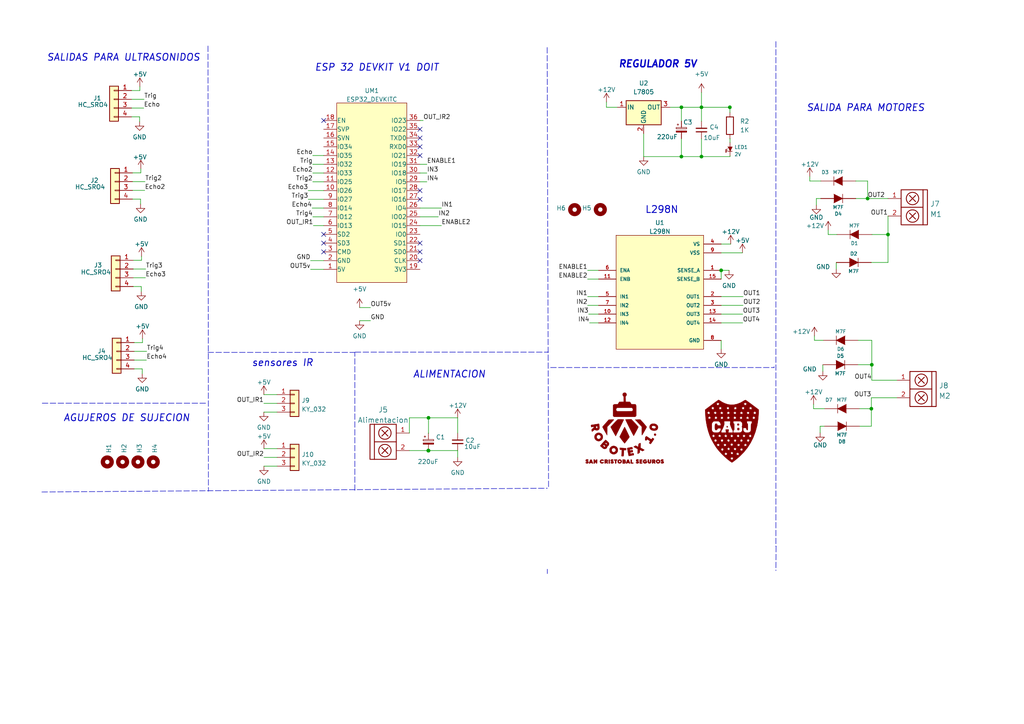
<source format=kicad_sch>
(kicad_sch (version 20211123) (generator eeschema)
  (paper "A4")
  (lib_symbols
    (symbol "Connector_Generic:Conn_01x03" (pin_names (offset 1.016) hide)
      (property "Reference" "J" (at 0 5.08 0))
      (property "Value" "Conn_01x03" (at 0 -5.08 0))
      (symbol "Conn_01x03_1_1"
        (pin passive line (at -5.08 2.54 0) (length 3.81) (name "Pin_1") (number "1"))
        (pin passive line (at -5.08 0 0) (length 3.81) (name "Pin_2") (number "2"))
        (pin passive line (at -5.08 -2.54 0) (length 3.81) (name "Pin_3") (number "3"))
      )
    )
    (symbol "Connector_Generic:Conn_01x04" (pin_names (offset 1.016) hide)
      (property "Reference" "J" (at 0 5.08 0))
      (property "Value" "Conn_01x04" (at 0 -7.62 0))
      (symbol "Conn_01x04_1_1"
        (pin passive line (at -5.08 2.54 0) (length 3.81) (name "Pin_1") (number "1"))
        (pin passive line (at -5.08 0 0) (length 3.81) (name "Pin_2") (number "2"))
        (pin passive line (at -5.08 -2.54 0) (length 3.81) (name "Pin_3") (number "3"))
        (pin passive line (at -5.08 -5.08 0) (length 3.81) (name "Pin_4") (number "4"))
      )
    )
    (symbol "Device:C_Polarized_Small" (pin_numbers hide) (pin_names (offset 0.254) hide)
      (property "Reference" "C" (at 0.254 1.778 0))
      (property "Value" "C_Polarized_Small" (at 0.254 -2.032 0))
      (symbol "C_Polarized_Small_1_1"
        (pin passive line (at 0 2.54 270) (length 1.8542) (name "~") (number "1"))
        (pin passive line (at 0 -2.54 90) (length 1.8542) (name "~") (number "2"))
      )
    )
    (symbol "Device:C_Small" (pin_numbers hide) (pin_names (offset 0.254) hide)
      (property "Reference" "C" (at 0.254 1.778 0))
      (property "Value" "C_Small" (at 0.254 -2.032 0))
      (symbol "C_Small_1_1"
        (pin passive line (at 0 2.54 270) (length 2.032) (name "~") (number "1"))
        (pin passive line (at 0 -2.54 90) (length 2.032) (name "~") (number "2"))
      )
    )
    (symbol "Device:R" (pin_numbers hide) (pin_names (offset 0))
      (property "Reference" "R" (at 2.032 0 90))
      (property "Value" "R" (at 0 0 90))
      (symbol "R_1_1"
        (pin passive line (at 0 3.81 270) (length 1.27) (name "~") (number "1"))
        (pin passive line (at 0 -3.81 90) (length 1.27) (name "~") (number "2"))
      )
    )
    (symbol "EESTN5:DIODE" (pin_numbers hide) (pin_names (offset 1.016) hide)
      (property "Reference" "D" (at 0 2.54 0))
      (property "Value" "DIODE" (at 0 -2.54 0))
      (symbol "DIODE_1_1"
        (pin passive line (at -5.08 0 0) (length 3.81) (name "A") (number "1"))
        (pin passive line (at 5.08 0 180) (length 3.81) (name "K") (number "2"))
      )
    )
    (symbol "EESTN5:ESP32_DEVKITC" (pin_names (offset 0.0254))
      (property "Reference" "U" (at 0 25.4 0))
      (property "Value" "ESP32_DEVKITC" (at 0 -25.4 0))
      (symbol "ESP32_DEVKITC_1_1"
        (pin passive line (at -13.97 -20.32 0) (length 3.81) (name "5V") (number "1"))
        (pin passive line (at -13.97 2.54 0) (length 3.81) (name "IO26") (number "10"))
        (pin passive line (at -13.97 5.08 0) (length 3.81) (name "IO25") (number "11"))
        (pin passive line (at -13.97 7.62 0) (length 3.81) (name "IO33") (number "12"))
        (pin passive line (at -13.97 10.16 0) (length 3.81) (name "IO32") (number "13"))
        (pin passive line (at -13.97 12.7 0) (length 3.81) (name "IO35") (number "14"))
        (pin passive line (at -13.97 15.24 0) (length 3.81) (name "IO34") (number "15"))
        (pin passive line (at -13.97 17.78 0) (length 3.81) (name "SVN") (number "16"))
        (pin passive line (at -13.97 20.32 0) (length 3.81) (name "SVP") (number "17"))
        (pin passive line (at -13.97 22.86 0) (length 3.81) (name "EN") (number "18"))
        (pin passive line (at 13.97 -20.32 180) (length 3.81) (name "3V3") (number "19"))
        (pin passive line (at -13.97 -17.78 0) (length 3.81) (name "GND") (number "2"))
        (pin passive line (at 13.97 -17.78 180) (length 3.81) (name "CLK") (number "20"))
        (pin passive line (at 13.97 -15.24 180) (length 3.81) (name "SD0") (number "21"))
        (pin passive line (at 13.97 -12.7 180) (length 3.81) (name "SD1") (number "22"))
        (pin passive line (at 13.97 -10.16 180) (length 3.81) (name "IO0") (number "23"))
        (pin passive line (at 13.97 -7.62 180) (length 3.81) (name "IO15") (number "24"))
        (pin passive line (at 13.97 -5.08 180) (length 3.81) (name "IO02") (number "25"))
        (pin passive line (at 13.97 -2.54 180) (length 3.81) (name "IO4") (number "26"))
        (pin passive line (at 13.97 0 180) (length 3.81) (name "IO16") (number "27"))
        (pin passive line (at 13.97 2.54 180) (length 3.81) (name "IO17") (number "28"))
        (pin passive line (at 13.97 5.08 180) (length 3.81) (name "IO5") (number "29"))
        (pin passive line (at -13.97 -15.24 0) (length 3.81) (name "CMD") (number "3"))
        (pin passive line (at 13.97 7.62 180) (length 3.81) (name "IO18") (number "30"))
        (pin passive line (at 13.97 10.16 180) (length 3.81) (name "IO19") (number "31"))
        (pin passive line (at 13.97 12.7 180) (length 3.81) (name "IO21") (number "32"))
        (pin passive line (at 13.97 15.24 180) (length 3.81) (name "RXD0") (number "33"))
        (pin passive line (at 13.97 17.78 180) (length 3.81) (name "TXD0") (number "34"))
        (pin passive line (at 13.97 20.32 180) (length 3.81) (name "IO22") (number "35"))
        (pin passive line (at 13.97 22.86 180) (length 3.81) (name "IO23") (number "36"))
        (pin passive line (at -13.97 -12.7 0) (length 3.81) (name "SD3") (number "4"))
        (pin passive line (at -13.97 -10.16 0) (length 3.81) (name "SD2") (number "5"))
        (pin passive line (at -13.97 -7.62 0) (length 3.81) (name "IO13") (number "6"))
        (pin passive line (at -13.97 -5.08 0) (length 3.81) (name "IO12") (number "7"))
        (pin passive line (at -13.97 -2.54 0) (length 3.81) (name "IO14") (number "8"))
        (pin passive line (at -13.97 0 0) (length 3.81) (name "IO27") (number "9"))
      )
    )
    (symbol "EESTN5:LED" (pin_numbers hide) (pin_names (offset 1.016) hide)
      (property "Reference" "LED" (at 0 2.54 0))
      (property "Value" "LED" (at 0 -2.54 0))
      (symbol "LED_1_1"
        (pin passive line (at -1.27 0 0) (length 1.27) (name "A") (number "1"))
        (pin passive line (at 2.54 0 180) (length 1.27) (name "K") (number "2"))
      )
    )
    (symbol "EESTN5:Mounting_Hole" (pin_names (offset 1.016))
      (property "Reference" "H" (at 0 5.08 0))
    )
    (symbol "EESTN5:TB_1X2" (pin_names (offset 1.016))
      (property "Reference" "J" (at 0 7.62 0))
      (property "Value" "TB_1X2" (at 1.27 -7.62 0))
      (symbol "TB_1X2_1_1"
        (pin input line (at 8.89 2.54 180) (length 3.81) (name "~") (number "1"))
        (pin input line (at 8.89 -2.54 180) (length 3.81) (name "~") (number "2"))
      )
    )
    (symbol "L298N:L298N" (pin_names (offset 1.016))
      (property "Reference" "U" (at -12.7 20.32 0))
      (property "Value" "L298N" (at -12.7 -20.32 0))
      (symbol "L298N_0_0"
        (pin passive line (at 17.78 7.62 180) (length 5.08) (name "SENSE_A") (number "1"))
        (pin input line (at -17.78 -5.08 0) (length 5.08) (name "IN3") (number "10"))
        (pin input line (at -17.78 5.08 0) (length 5.08) (name "ENB") (number "11"))
        (pin input line (at -17.78 -7.62 0) (length 5.08) (name "IN4") (number "12"))
        (pin output line (at 17.78 -5.08 180) (length 5.08) (name "OUT3") (number "13"))
        (pin output line (at 17.78 -7.62 180) (length 5.08) (name "OUT4") (number "14"))
        (pin passive line (at 17.78 5.08 180) (length 5.08) (name "SENSE_B") (number "15"))
        (pin output line (at 17.78 0 180) (length 5.08) (name "OUT1") (number "2"))
        (pin output line (at 17.78 -2.54 180) (length 5.08) (name "OUT2") (number "3"))
        (pin power_in line (at 17.78 15.24 180) (length 5.08) (name "VS") (number "4"))
        (pin input line (at -17.78 0 0) (length 5.08) (name "IN1") (number "5"))
        (pin input line (at -17.78 7.62 0) (length 5.08) (name "ENA") (number "6"))
        (pin input line (at -17.78 -2.54 0) (length 5.08) (name "IN2") (number "7"))
        (pin power_in line (at 17.78 -12.7 180) (length 5.08) (name "GND") (number "8"))
        (pin input line (at 17.78 12.7 180) (length 5.08) (name "VSS") (number "9"))
      )
    )
    (symbol "Regulator_Linear:L7805" (pin_names (offset 0.254))
      (property "Reference" "U" (at -3.81 3.175 0))
      (property "Value" "L7805" (at 0 3.175 0))
      (symbol "L7805_1_1"
        (pin power_in line (at -7.62 0 0) (length 2.54) (name "IN") (number "1"))
        (pin power_in line (at 0 -7.62 90) (length 2.54) (name "GND") (number "2"))
        (pin power_out line (at 7.62 0 180) (length 2.54) (name "OUT") (number "3"))
      )
    )
    (symbol "logo boca symbol:LOGO" (pin_names (offset 1.016)))
    (symbol "logo rb exp:LOGO" (pin_names (offset 1.016)))
    (symbol "power:+12V" (power) (pin_names (offset 0))
      (property "Value" "+12V" (at 0 3.556 0))
      (symbol "+12V_1_1"
        (pin power_in line (at 0 0 90) (length 0) hide (name "+12V") (number "1"))
      )
    )
    (symbol "power:+5V" (power) (pin_names (offset 0))
      (property "Value" "+5V" (at 0 3.556 0))
      (symbol "+5V_1_1"
        (pin power_in line (at 0 0 90) (length 0) hide (name "+5V") (number "1"))
      )
    )
    (symbol "power:GND" (power) (pin_names (offset 0))
      (property "Value" "GND" (at 0 -3.81 0))
      (symbol "GND_1_1"
        (pin power_in line (at 0 0 270) (length 0) hide (name "GND") (number "1"))
      )
    )
  )
  (junction (at 203.454 31.115))
  (junction (at 124.2568 130.7084))
  (junction (at 197.6374 45.4152))
  (junction (at 257.556 68.0212))
  (junction (at 252.73 118.5418))
  (junction (at 197.6374 31.115))
  (junction (at 211.6836 31.115))
  (junction (at 124.2822 121.1834))
  (junction (at 252.857 105.791))
  (junction (at 209.169 78.4098))
  (junction (at 203.454 45.4152))
  (junction (at 124.2568 130.683))
  (junction (at 251.6378 57.5818))
  (no_connect (at 121.8184 40.0304))
  (no_connect (at 121.8184 45.1104))
  (no_connect (at 121.8184 42.5704))
  (no_connect (at 121.8184 70.5104))
  (no_connect (at 121.8184 57.8104))
  (no_connect (at 121.8184 55.2704))
  (no_connect (at 93.8784 34.9504))
  (no_connect (at 121.8184 37.4904))
  (no_connect (at 121.8184 73.0504))
  (no_connect (at 121.8184 75.5904))
  (no_connect (at 93.8784 73.0504))
  (no_connect (at 93.8784 67.9704))
  (no_connect (at 93.8784 70.5104))
  (wire (pts (xy 249.301 118.5418) (xy 252.73 118.5418)))
  (wire (pts (xy 242.5446 76.1238) (xy 242.5446 78.0288)))
  (polyline (pts (xy 102.9208 142.24) (xy 102.9208 102.1588)))
  (wire (pts (xy 186.69 38.735) (xy 186.69 45.4152)))
  (polyline (pts (xy 158.6992 13.7668) (xy 159.1056 141.6558)))
  (wire (pts (xy 170.434 86.0298) (xy 173.609 86.0298)))
  (wire (pts (xy 209.169 93.6498) (xy 215.4174 93.6498)))
  (wire (pts (xy 90.7034 45.1104) (xy 93.8784 45.1104)))
  (wire (pts (xy 40.9702 83.1088) (xy 40.9702 84.5312)))
  (wire (pts (xy 209.169 78.4098) (xy 211.455 78.4098)))
  (wire (pts (xy 170.9928 93.6498) (xy 173.609 93.6498)))
  (wire (pts (xy 93.8784 57.8104) (xy 89.4334 57.8104)))
  (wire (pts (xy 38.6334 83.1088) (xy 40.9702 83.1088)))
  (wire (pts (xy 76.5302 114.4524) (xy 80.3402 114.4524)))
  (wire (pts (xy 239.141 118.5418) (xy 235.966 118.5418)))
  (wire (pts (xy 236.7788 57.5818) (xy 236.7788 59.4868)))
  (wire (pts (xy 170.4086 80.9498) (xy 173.609 80.9498)))
  (wire (pts (xy 40.4876 33.8836) (xy 40.4876 35.306)))
  (wire (pts (xy 89.4334 57.785) (xy 89.4334 57.8104)))
  (wire (pts (xy 124.2822 121.1834) (xy 132.7404 121.1834)))
  (wire (pts (xy 38.4302 52.6796) (xy 42.0624 52.6796)))
  (wire (pts (xy 121.8184 60.3504) (xy 128.0414 60.3504)))
  (wire (pts (xy 252.73 118.5418) (xy 252.73 123.6218)))
  (wire (pts (xy 236.22 98.7044) (xy 236.22 97.4344)))
  (wire (pts (xy 252.73 115.3668) (xy 252.73 118.5418)))
  (wire (pts (xy 38.6334 78.0288) (xy 42.2656 78.0288)))
  (wire (pts (xy 90.7034 50.1904) (xy 93.8784 50.1904)))
  (polyline (pts (xy 224.5106 106.3752) (xy 224.5106 106.6038)))
  (wire (pts (xy 76.5302 119.5324) (xy 80.3402 119.5324)))
  (wire (pts (xy 124.2822 121.1834) (xy 124.2822 125.6284)))
  (wire (pts (xy 209.169 78.4098) (xy 209.169 80.9498)))
  (polyline (pts (xy 225.044 158.4198) (xy 225.0948 158.4452)))
  (wire (pts (xy 252.73 115.3668) (xy 260.096 115.3668)))
  (wire (pts (xy 197.6374 31.115) (xy 197.6374 35.1282)))
  (wire (pts (xy 118.745 130.683) (xy 124.2568 130.683)))
  (wire (pts (xy 197.6374 40.2082) (xy 197.6374 45.4152)))
  (wire (pts (xy 121.8184 52.7304) (xy 123.825 52.7304)))
  (wire (pts (xy 121.8184 65.4304) (xy 128.0414 65.4304)))
  (wire (pts (xy 76.5302 116.9924) (xy 80.3402 116.9924)))
  (wire (pts (xy 234.8738 52.5018) (xy 234.8738 51.2318)))
  (wire (pts (xy 194.31 31.115) (xy 197.6374 31.115)))
  (wire (pts (xy 238.6584 105.791) (xy 238.6584 107.696)))
  (wire (pts (xy 248.2088 57.5818) (xy 251.6378 57.5818)))
  (wire (pts (xy 211.7344 40.259) (xy 211.709 40.259)))
  (polyline (pts (xy 225.0948 158.4452) (xy 225.044 165.5064)))
  (wire (pts (xy 40.8432 48.9966) (xy 40.8432 50.1396)))
  (wire (pts (xy 186.69 45.4152) (xy 197.6374 45.4152)))
  (wire (pts (xy 237.871 123.6218) (xy 239.141 123.6218)))
  (wire (pts (xy 104.2924 93.0148) (xy 107.4674 93.0148)))
  (wire (pts (xy 248.92 98.7044) (xy 252.857 98.7044)))
  (wire (pts (xy 121.8184 34.9504) (xy 122.7582 34.9504)))
  (wire (pts (xy 209.169 98.7298) (xy 209.169 101.2698)))
  (wire (pts (xy 209.169 70.7898) (xy 211.9376 70.7898)))
  (polyline (pts (xy 158.75 166.37) (xy 158.75 165.1)))
  (wire (pts (xy 38.9128 101.9048) (xy 42.545 101.9048)))
  (wire (pts (xy 170.7388 91.1098) (xy 173.609 91.1098)))
  (wire (pts (xy 252.857 98.7044) (xy 252.857 105.791)))
  (wire (pts (xy 203.454 45.4152) (xy 211.7344 45.4152)))
  (wire (pts (xy 252.7046 76.1238) (xy 257.556 76.1238)))
  (wire (pts (xy 237.871 125.5268) (xy 237.871 123.6218)))
  (polyline (pts (xy 12.1412 142.6972) (xy 158.75 141.605)))
  (wire (pts (xy 38.4302 55.2196) (xy 41.9862 55.2196)))
  (wire (pts (xy 89.3826 55.2704) (xy 93.8784 55.2704)))
  (wire (pts (xy 197.6374 31.115) (xy 203.454 31.115)))
  (wire (pts (xy 252.9078 68.0212) (xy 257.556 68.0212)))
  (wire (pts (xy 209.169 73.3298) (xy 215.3412 73.3298)))
  (wire (pts (xy 40.767 57.7596) (xy 40.767 59.182)))
  (wire (pts (xy 41.3258 98.2218) (xy 41.3258 99.3648)))
  (wire (pts (xy 40.5638 25.1206) (xy 40.5638 26.2636)))
  (wire (pts (xy 211.7344 41.3512) (xy 211.7344 40.259)))
  (wire (pts (xy 76.5556 132.6642) (xy 80.3656 132.6642)))
  (wire (pts (xy 257.556 62.6618) (xy 257.556 68.0212)))
  (polyline (pts (xy 12.2428 116.9416) (xy 60.0456 116.9416)))
  (wire (pts (xy 40.8432 50.1396) (xy 38.4302 50.1396)))
  (wire (pts (xy 257.556 68.0212) (xy 257.556 76.1238)))
  (wire (pts (xy 40.5638 26.2636) (xy 38.1508 26.2636)))
  (wire (pts (xy 236.7788 57.5818) (xy 238.0488 57.5818)))
  (wire (pts (xy 76.5556 130.1242) (xy 80.3656 130.1242)))
  (wire (pts (xy 252.857 105.791) (xy 252.857 110.2868)))
  (wire (pts (xy 209.169 88.5698) (xy 215.519 88.5698)))
  (wire (pts (xy 203.454 31.115) (xy 211.6836 31.115)))
  (wire (pts (xy 132.7404 130.683) (xy 132.7404 132.6388)))
  (wire (pts (xy 251.6378 52.5018) (xy 251.6378 57.5818)))
  (wire (pts (xy 38.1508 33.8836) (xy 40.4876 33.8836)))
  (wire (pts (xy 90.8812 65.4304) (xy 93.8784 65.4304)))
  (polyline (pts (xy 60.2996 102.2096) (xy 102.8192 102.2096)))
  (wire (pts (xy 242.7478 68.0212) (xy 240.2078 68.0212)))
  (wire (pts (xy 211.709 32.639) (xy 211.709 31.115)))
  (wire (pts (xy 41.0464 74.3458) (xy 41.0464 75.4888)))
  (wire (pts (xy 90.7034 52.7304) (xy 93.8784 52.7304)))
  (wire (pts (xy 175.895 29.591) (xy 175.895 31.115)))
  (wire (pts (xy 41.2496 106.9848) (xy 41.2496 108.4072)))
  (wire (pts (xy 38.1508 31.3436) (xy 41.7068 31.3436)))
  (wire (pts (xy 132.7404 130.683) (xy 124.2568 130.683)))
  (wire (pts (xy 248.8184 105.791) (xy 252.857 105.791)))
  (polyline (pts (xy 159.6898 106.6038) (xy 224.5106 106.6038)))
  (wire (pts (xy 118.745 125.603) (xy 118.745 121.1834)))
  (wire (pts (xy 203.454 40.259) (xy 203.454 45.4152)))
  (wire (pts (xy 240.2078 68.0212) (xy 240.2078 66.7512)))
  (wire (pts (xy 121.8184 47.6504) (xy 123.825 47.6504)))
  (wire (pts (xy 124.2822 125.6284) (xy 124.2568 125.6284)))
  (wire (pts (xy 127.1524 62.8904) (xy 121.8184 62.8904)))
  (wire (pts (xy 197.6374 45.4152) (xy 203.454 45.4152)))
  (wire (pts (xy 93.8784 60.3504) (xy 90.5256 60.3504)))
  (wire (pts (xy 211.7344 45.1612) (xy 211.7344 45.4152)))
  (wire (pts (xy 170.434 88.5698) (xy 173.609 88.5698)))
  (wire (pts (xy 252.857 110.2868) (xy 260.096 110.2868)))
  (wire (pts (xy 132.7404 121.1834) (xy 132.7404 125.603)))
  (polyline (pts (xy 158.9786 102.1334) (xy 158.9786 101.981)))
  (wire (pts (xy 211.709 31.115) (xy 211.6836 31.115)))
  (wire (pts (xy 203.454 31.115) (xy 203.454 35.179)))
  (wire (pts (xy 41.3258 99.3648) (xy 38.9128 99.3648)))
  (wire (pts (xy 90.7034 47.6504) (xy 93.8784 47.6504)))
  (wire (pts (xy 203.454 26.8224) (xy 203.454 31.115)))
  (wire (pts (xy 179.07 31.115) (xy 175.895 31.115)))
  (wire (pts (xy 90.7288 62.8904) (xy 93.8784 62.8904)))
  (wire (pts (xy 251.6378 57.5818) (xy 257.556 57.5818)))
  (wire (pts (xy 38.9128 104.4448) (xy 42.4688 104.4448)))
  (wire (pts (xy 238.76 98.7044) (xy 236.22 98.7044)))
  (wire (pts (xy 235.966 118.5418) (xy 235.966 117.2718)))
  (polyline (pts (xy 60.325 13.335) (xy 60.452 142.494)))
  (wire (pts (xy 38.9128 106.9848) (xy 41.2496 106.9848)))
  (wire (pts (xy 41.0464 75.4888) (xy 38.6334 75.4888)))
  (wire (pts (xy 104.2924 89.2048) (xy 107.4674 89.2048)))
  (wire (pts (xy 38.1508 28.8036) (xy 41.783 28.8036)))
  (wire (pts (xy 38.6334 80.5688) (xy 42.1894 80.5688)))
  (wire (pts (xy 38.4302 57.7596) (xy 40.767 57.7596)))
  (polyline (pts (xy 225.044 12.0396) (xy 225.044 158.4198)))
  (wire (pts (xy 118.745 121.1834) (xy 124.2822 121.1834)))
  (wire (pts (xy 124.2568 130.683) (xy 124.2568 130.7084)))
  (wire (pts (xy 121.8184 50.1904) (xy 123.825 50.1904)))
  (wire (pts (xy 90.0684 78.1304) (xy 93.8784 78.1304)))
  (wire (pts (xy 90.0684 75.5904) (xy 93.8784 75.5904)))
  (polyline (pts (xy 102.997 102.1334) (xy 158.9786 102.1334)))
  (wire (pts (xy 209.169 86.0298) (xy 215.519 86.0298)))
  (wire (pts (xy 249.301 123.6218) (xy 252.73 123.6218)))
  (wire (pts (xy 238.0488 52.5018) (xy 234.8738 52.5018)))
  (wire (pts (xy 209.169 91.1098) (xy 215.4174 91.1098)))
  (wire (pts (xy 248.2088 52.5018) (xy 251.6378 52.5018)))
  (wire (pts (xy 170.434 78.4098) (xy 173.609 78.4098)))
  (wire (pts (xy 76.5556 135.2042) (xy 80.3656 135.2042)))
  (text "ALIMENTACION\n" (at 119.7356 109.8804 0) (effects (font (size 2 2) (thickness 0.254) bold italic) (justify left bottom)))
  (text "AGUJEROS DE SUJECION" (at 18.3388 122.5296 0) (effects (font (size 2 2) (thickness 0.254) bold italic) (justify left bottom)))
  (text "sensores IR\n" (at 72.9742 106.553 0) (effects (font (size 2 2) (thickness 0.254) bold italic) (justify left bottom)))
  (text "L298N\n\n" (at 187.071 65.3542 0) (effects (font (size 2 2) (thickness 0.254) bold) (justify left bottom)))
  (text "ESP 32 DEVKIT V1 DOIT" (at 91.2368 20.8788 0) (effects (font (size 2 2) (thickness 0.254) bold italic) (justify left bottom)))
  (text "SALIDAS PARA ULTRASONIDOS\n" (at 13.5128 17.9832 0) (effects (font (size 2 2) (thickness 0.254) bold italic) (justify left bottom)))
  (text "REGULADOR 5V\n" (at 179.2732 19.8882 0) (effects (font (size 2 2) (thickness 0.4) bold italic) (justify left bottom)))
  (text "SALIDA PARA MOTORES\n" (at 233.8578 32.5882 0) (effects (font (size 2 2) (thickness 0.254) bold italic) (justify left bottom)))
  (label "IN3" (at 170.7388 91.1098 180))
  (label "Trig" (at 41.783 28.8036 0))
  (label "IN1" (at 170.434 86.0298 180))
  (label "Trig3" (at 89.4334 57.785 180))
  (label "Echo3" (at 89.3826 55.2704 180))
  (label "Echo4" (at 42.4688 104.4448 0))
  (label "GND" (at 90.0684 75.5904 180))
  (label "IN2" (at 127.1524 62.8904 0))
  (label "OUT5v" (at 90.0684 78.1304 180))
  (label "OUT1" (at 215.519 86.0298 0))
  (label "IN4" (at 170.9928 93.6498 180))
  (label "OUT4" (at 252.857 110.2614 180))
  (label "Echo" (at 41.7068 31.3436 0))
  (label "IN4" (at 123.825 52.7304 0))
  (label "ENABLE1" (at 123.825 47.6504 0))
  (label "Trig4" (at 90.7288 62.8904 180))
  (label "OUT5v" (at 107.4674 89.2048 0))
  (label "ENABLE1" (at 170.434 78.4098 180))
  (label "IN2" (at 170.434 88.5698 180))
  (label "OUT3" (at 252.73 115.3668 180))
  (label "OUT1" (at 257.556 62.6618 180))
  (label "Echo2" (at 41.9862 55.2196 0))
  (label "GND" (at 107.4674 93.0148 0))
  (label "OUT_IR1" (at 90.8812 65.4304 180))
  (label "Echo" (at 90.7034 45.1104 180))
  (label "OUT_IR1" (at 76.5302 116.9924 180))
  (label "Trig" (at 90.7034 47.6504 180))
  (label "Echo3" (at 42.1894 80.5688 0))
  (label "Trig4" (at 42.545 101.9048 0))
  (label "Trig2" (at 42.0624 52.6796 0))
  (label "OUT2" (at 251.6378 57.5564 0))
  (label "OUT_IR2" (at 122.7582 34.9504 0))
  (label "OUT2" (at 215.519 88.5698 0))
  (label "Echo4" (at 90.5256 60.3504 180))
  (label "ENABLE2" (at 128.0414 65.4304 0))
  (label "OUT4" (at 215.4174 93.6498 0))
  (label "Echo2" (at 90.7034 50.1904 180))
  (label "IN3" (at 123.825 50.1904 0))
  (label "OUT3" (at 215.4174 91.1098 0))
  (label "Trig3" (at 42.2656 78.0288 0))
  (label "IN1" (at 128.0414 60.3504 0))
  (label "Trig2" (at 90.7034 52.7304 180))
  (label "OUT_IR2" (at 76.5556 132.6642 180))
  (label "ENABLE2" (at 170.4086 80.9498 180))
  (symbol (lib_id "power:+12V") (at 175.895 29.591 0) (unit 1)
    (property "Reference" "#PWR0117" (effects hide))
    (property "Value" "+12V" (at 175.895 26.0152 0))
  )
  (symbol (lib_id "EESTN5:DIODE") (at 247.6246 76.1238 0) (unit 1)
    (property "Reference" "D2" (at 247.6246 73.5838 0) (effects (font (size 1.016 1.016))))
    (property "Value" "M7F" (at 247.6246 78.6638 0) (effects (font (size 1.016 1.016))))
    (property "Footprint" "EESTN5:SOD80C" (effects hide))
  )
  (symbol (lib_id "EESTN5:ESP32_DEVKITC") (at 107.8484 57.8104 0) (unit 1)
    (property "Reference" "UM1" (at 107.8484 26.2976 0))
    (property "Value" "ESP32_DEVKITC" (at 107.8484 28.8345 0))
    (property "Footprint" "EESTN5:ESP32_DEVKITC" (effects hide))
  )
  (symbol (lib_id "logo boca symbol:LOGO") (at 212.2678 125.0188 0) (unit 1)
    (property "Reference" "G1" (effects hide))
    (property "Value" "LOGO" (effects hide))
    (property "Footprint" "PCB Robot Exp1:logo boca huella.kicad_sym" (effects hide))
  )
  (symbol (lib_id "EESTN5:LED") (at 211.7344 42.6212 270) (unit 1)
    (property "Reference" "LED1" (at 213.0044 42.6901 90) (effects (font (size 1.016 1.016)) (justify left)))
    (property "Value" "2V" (at 213.0044 44.7705 90) (effects (font (size 1.016 1.016)) (justify left)))
    (property "Footprint" "EESTN5:Led_0805" (effects hide))
  )
  (symbol (lib_id "L298N:L298N") (at 191.389 86.0298 0) (unit 1)
    (property "Reference" "U1" (at 191.389 64.6008 0))
    (property "Value" "L298N" (at 191.389 67.1377 0))
    (property "Footprint" "L298N (1):TO127P2020X500X2100-15" (effects hide))
    (property "MANUFACTURER" "STMicroelectronics" (effects hide))
    (property "STANDARD" "IPC-7351B" (effects hide))
    (property "MAXIMUM_PACKAGE_HEIGHT" "5.0mm" (effects hide))
  )
  (symbol (lib_id "EESTN5:DIODE") (at 244.221 118.5418 180) (unit 1)
    (property "Reference" "D7" (at 240.411 116.0018 0) (effects (font (size 1.016 1.016))))
    (property "Value" "M7F" (at 244.221 116.0018 0) (effects (font (size 1.016 1.016))))
    (property "Footprint" "EESTN5:SOD80C" (effects hide))
  )
  (symbol (lib_id "power:+12V") (at 211.9376 70.7898 0) (unit 1)
    (property "Reference" "#PWR0108" (effects hide))
    (property "Value" "+12V" (at 211.9376 67.214 0))
  )
  (symbol (lib_id "power:+12V") (at 234.8738 51.2318 0) (unit 1)
    (property "Reference" "#PWR0112" (effects hide))
    (property "Value" "+12V" (at 234.8738 47.656 0))
  )
  (symbol (lib_id "power:+12V") (at 236.22 97.4344 0) (unit 1)
    (property "Reference" "#PWR0106" (effects hide))
    (property "Value" "+12V" (at 232.41 96.1644 0))
  )
  (symbol (lib_id "EESTN5:DIODE") (at 247.8278 68.0212 180) (unit 1)
    (property "Reference" "D1" (at 247.8278 70.5612 0) (effects (font (size 1.016 1.016))))
    (property "Value" "M7F" (at 247.8278 65.4812 0) (effects (font (size 1.016 1.016))))
    (property "Footprint" "EESTN5:SOD80C" (effects hide))
  )
  (symbol (lib_id "EESTN5:DIODE") (at 243.84 98.7044 180) (unit 1)
    (property "Reference" "D6" (at 243.84 101.2444 0) (effects (font (size 1.016 1.016))))
    (property "Value" "M7F" (at 243.84 96.1644 0) (effects (font (size 1.016 1.016))))
    (property "Footprint" "EESTN5:SOD80C" (effects hide))
  )
  (symbol (lib_id "EESTN5:DIODE") (at 244.221 123.6218 0) (unit 1)
    (property "Reference" "D8" (at 244.221 128.0668 0) (effects (font (size 1.016 1.016))))
    (property "Value" "M7F" (at 244.221 126.1618 0) (effects (font (size 1.016 1.016))))
    (property "Footprint" "EESTN5:SOD80C" (effects hide))
  )
  (symbol (lib_id "EESTN5:Mounting_Hole") (at 166.6748 60.8076 270) (unit 1)
    (property "Reference" "H6" (at 164.1348 60.3738 90) (effects (justify right)))
    (property "Value" "Mounting_Hole" (effects hide))
    (property "Footprint" "EESTN5:pad_2mm" (effects hide))
  )
  (symbol (lib_id "logo rb exp:LOGO") (at 181.6354 124.6378 0) (unit 1)
    (property "Reference" "G2" (effects hide))
    (property "Value" "LOGO RB EXP 1.0" (effects hide))
    (property "Footprint" "robot logos:logo rb exp" (effects hide))
  )
  (symbol (lib_id "power:GND") (at 40.9702 84.5312 0) (unit 1)
    (property "Reference" "#PWR0126" (effects hide))
    (property "Value" "GND" (at 40.9702 88.9746 0))
  )
  (symbol (lib_id "power:+5V") (at 76.5302 114.4524 0) (unit 1)
    (property "Reference" "#PWR0116" (effects hide))
    (property "Value" "+5V" (at 76.5302 110.8766 0))
  )
  (symbol (lib_id "Device:C_Polarized_Small") (at 197.6374 37.6682 0) (unit 1)
    (property "Reference" "C3" (at 198.1454 35.4584 0) (effects (justify left)))
    (property "Value" "220uF" (at 190.4746 39.7002 0) (effects (justify left)))
    (property "Footprint" "Capacitor_THT:CP_Radial_D8.0mm_P3.80mm" (effects hide))
  )
  (symbol (lib_id "power:GND") (at 236.7788 59.4868 0) (mirror y) (unit 1)
    (property "Reference" "#PWR0105" (effects hide))
    (property "Value" "GND" (at 236.7788 63.0626 0))
  )
  (symbol (lib_id "power:GND") (at 40.4876 35.306 0) (unit 1)
    (property "Reference" "#PWR0109" (effects hide))
    (property "Value" "GND" (at 40.4876 39.7494 0))
  )
  (symbol (lib_id "power:+5V") (at 203.454 26.8224 0) (unit 1)
    (property "Reference" "#PWR0130" (effects hide))
    (property "Value" "+5V" (at 203.454 21.463 0))
  )
  (symbol (lib_id "power:GND") (at 186.69 45.4152 0) (unit 1)
    (property "Reference" "#PWR0131" (effects hide))
    (property "Value" "GND" (at 186.69 49.8586 0))
  )
  (symbol (lib_id "power:+5V") (at 76.5556 130.1242 0) (unit 1)
    (property "Reference" "#PWR0121" (effects hide))
    (property "Value" "+5V" (at 76.5556 126.5484 0))
  )
  (symbol (lib_id "EESTN5:Mounting_Hole") (at 35.56 133.985 90) (unit 1)
    (property "Reference" "H2" (at 35.9938 131.445 0) (effects (justify left)))
    (property "Value" "Mounting_Hole" (effects hide))
    (property "Footprint" "EESTN5:pad_2mm" (effects hide))
  )
  (symbol (lib_id "EESTN5:Mounting_Hole") (at 40.005 133.985 90) (unit 1)
    (property "Reference" "H3" (at 40.4388 131.445 0) (effects (justify left)))
    (property "Value" "Mounting_Hole" (effects hide))
    (property "Footprint" "EESTN5:pad_2mm" (effects hide))
  )
  (symbol (lib_id "Device:C_Polarized_Small") (at 124.2568 128.1684 0) (unit 1)
    (property "Reference" "C1" (at 126.4158 126.7876 0) (effects (justify left)))
    (property "Value" "220uF" (at 121.1072 133.9088 0) (effects (justify left)))
    (property "Footprint" "Capacitor_THT:CP_Radial_D8.0mm_P3.80mm" (effects hide))
  )
  (symbol (lib_id "Connector_Generic:Conn_01x03") (at 85.4456 132.6642 0) (unit 1)
    (property "Reference" "J10" (at 87.4776 131.8295 0) (effects (justify left)))
    (property "Value" "KY_032" (at 87.4776 134.3664 0) (effects (justify left)))
    (property "Footprint" "EESTN5:Pin_Strip_3" (effects hide))
  )
  (symbol (lib_id "Connector_Generic:Conn_01x03") (at 85.4202 116.9924 0) (unit 1)
    (property "Reference" "J9" (at 87.4522 116.1577 0) (effects (justify left)))
    (property "Value" "KY_032" (at 87.4522 118.6946 0) (effects (justify left)))
    (property "Footprint" "EESTN5:Pin_Strip_3" (effects hide))
  )
  (symbol (lib_id "power:+12V") (at 235.966 117.2718 0) (unit 1)
    (property "Reference" "#PWR0101" (effects hide))
    (property "Value" "+12V" (at 235.966 113.696 0))
  )
  (symbol (lib_id "power:GND") (at 76.5302 119.5324 0) (unit 1)
    (property "Reference" "#PWR0118" (effects hide))
    (property "Value" "GND" (at 76.5302 123.9758 0))
  )
  (symbol (lib_id "power:+5V") (at 41.3258 98.2218 0) (unit 1)
    (property "Reference" "#PWR0127" (effects hide))
    (property "Value" "+5V" (at 41.3258 94.646 0))
  )
  (symbol (lib_id "power:GND") (at 40.767 59.182 0) (unit 1)
    (property "Reference" "#PWR0125" (effects hide))
    (property "Value" "GND" (at 40.767 63.6254 0))
  )
  (symbol (lib_id "power:GND") (at 132.7404 132.6388 0) (unit 1)
    (property "Reference" "#PWR0114" (effects hide))
    (property "Value" "GND" (at 132.7404 137.0822 0))
  )
  (symbol (lib_id "power:GND") (at 41.2496 108.4072 0) (unit 1)
    (property "Reference" "#PWR0128" (effects hide))
    (property "Value" "GND" (at 41.2496 112.8506 0))
  )
  (symbol (lib_id "power:+5V") (at 40.8432 48.9966 0) (unit 1)
    (property "Reference" "#PWR0123" (effects hide))
    (property "Value" "+5V" (at 40.5638 45.5676 0))
  )
  (symbol (lib_id "power:GND") (at 237.871 125.5268 0) (mirror y) (unit 1)
    (property "Reference" "#PWR0104" (effects hide))
    (property "Value" "GND" (at 237.871 129.1026 0))
  )
  (symbol (lib_id "power:GND") (at 238.6584 107.696 0) (mirror y) (unit 1)
    (property "Reference" "#PWR0102" (effects hide))
    (property "Value" "GND" (at 234.8484 107.061 0))
  )
  (symbol (lib_id "power:+5V") (at 40.5638 25.1206 0) (unit 1)
    (property "Reference" "#PWR0110" (effects hide))
    (property "Value" "+5V" (at 40.5638 21.5448 0))
  )
  (symbol (lib_id "EESTN5:DIODE") (at 243.1288 52.5018 180) (unit 1)
    (property "Reference" "D3" (at 239.3188 49.9618 0) (effects (font (size 1.016 1.016))))
    (property "Value" "M7F" (at 243.1288 49.9618 0) (effects (font (size 1.016 1.016))))
    (property "Footprint" "EESTN5:DO-41" (effects hide))
  )
  (symbol (lib_id "power:GND") (at 209.169 101.2698 0) (unit 1)
    (property "Reference" "#PWR0107" (effects hide))
    (property "Value" "GND" (at 209.169 105.7132 0))
  )
  (symbol (lib_id "Device:C_Small") (at 132.7404 128.143 0) (unit 1)
    (property "Reference" "C2" (at 134.9756 127.7366 0) (effects (justify left)))
    (property "Value" "10uF" (at 134.5946 129.54 0) (effects (justify left)))
    (property "Footprint" "Capacitor_SMD:C_0805_2012Metric_Pad1.18x1.45mm_HandSolder" (effects hide))
  )
  (symbol (lib_id "power:GND") (at 76.5556 135.2042 0) (unit 1)
    (property "Reference" "#PWR0120" (effects hide))
    (property "Value" "GND" (at 76.5556 139.6476 0))
  )
  (symbol (lib_id "power:+12V") (at 240.2078 66.7512 0) (unit 1)
    (property "Reference" "#PWR0113" (effects hide))
    (property "Value" "+12V" (at 236.3978 65.4812 0))
  )
  (symbol (lib_id "power:GND") (at 104.2924 93.0148 0) (unit 1)
    (property "Reference" "#PWR0122" (effects hide))
    (property "Value" "GND" (at 104.2924 97.4582 0))
  )
  (symbol (lib_id "EESTN5:Mounting_Hole") (at 44.45 133.985 90) (unit 1)
    (property "Reference" "H4" (at 44.8838 131.445 0) (effects (justify left)))
    (property "Value" "Mounting_Hole" (effects hide))
    (property "Footprint" "EESTN5:pad_2mm" (effects hide))
  )
  (symbol (lib_id "Connector_Generic:Conn_01x04") (at 33.8328 101.9048 0) (mirror y) (unit 1)
    (property "Reference" "J4" (at 29.4894 101.8286 0))
    (property "Value" "HC_SRO4" (at 28.2194 103.7336 0))
    (property "Footprint" "EESTN5:pin_strip_4" (effects hide))
  )
  (symbol (lib_id "EESTN5:Mounting_Hole") (at 31.115 133.985 90) (unit 1)
    (property "Reference" "H1" (at 31.5488 131.445 0) (effects (justify left)))
    (property "Value" "Mounting_Hole" (effects hide))
    (property "Footprint" "EESTN5:pad_2mm" (effects hide))
  )
  (symbol (lib_id "power:+5V") (at 215.3412 73.3298 0) (unit 1)
    (property "Reference" "#PWR0129" (effects hide))
    (property "Value" "+5V" (at 215.3412 69.754 0))
  )
  (symbol (lib_id "power:+12V") (at 132.7404 121.1834 0) (unit 1)
    (property "Reference" "#PWR0115" (effects hide))
    (property "Value" "+12V" (at 132.7404 117.6076 0))
  )
  (symbol (lib_id "power:+5V") (at 104.2924 89.2048 0) (unit 1)
    (property "Reference" "#PWR0111" (effects hide))
    (property "Value" "+5V" (at 104.2924 83.8454 0))
  )
  (symbol (lib_id "Connector_Generic:Conn_01x04") (at 33.0708 28.8036 0) (mirror y) (unit 1)
    (property "Reference" "J1" (at 28.2194 28.4734 0))
    (property "Value" "HC_SRO4" (at 26.9494 30.3784 0))
    (property "Footprint" "EESTN5:pin_strip_4" (effects hide))
  )
  (symbol (lib_id "EESTN5:TB_1X2") (at 266.446 60.1218 0) (mirror y) (unit 1)
    (property "Reference" "J7" (at 269.748 59.1456 0) (effects (font (size 1.524 1.524)) (justify right)))
    (property "Value" "M1" (at 269.748 62.139 0) (effects (font (size 1.524 1.524)) (justify right)))
    (property "Footprint" "EESTN5:BORNERA2_AZUL" (effects hide))
  )
  (symbol (lib_id "power:GND") (at 242.5446 78.0288 0) (mirror y) (unit 1)
    (property "Reference" "#PWR0103" (effects hide))
    (property "Value" "GND" (at 238.7346 77.3938 0))
  )
  (symbol (lib_id "Device:C_Small") (at 203.454 37.719 180) (unit 1)
    (property "Reference" "C4" (at 205.7781 36.8779 0) (effects (justify right)))
    (property "Value" "10uF" (at 204.0128 39.9542 0) (effects (justify right)))
    (property "Footprint" "Capacitor_SMD:C_0805_2012Metric_Pad1.18x1.45mm_HandSolder" (effects hide))
  )
  (symbol (lib_id "power:GND") (at 211.455 78.4098 0) (unit 1)
    (property "Reference" "#PWR0119" (effects hide))
    (property "Value" "GND" (at 211.455 82.8532 0))
  )
  (symbol (lib_id "Connector_Generic:Conn_01x04") (at 33.3502 52.6796 0) (mirror y) (unit 1)
    (property "Reference" "J2" (at 27.4066 52.324 0))
    (property "Value" "HC_SRO4" (at 26.1366 54.229 0))
    (property "Footprint" "EESTN5:pin_strip_4" (effects hide))
  )
  (symbol (lib_id "EESTN5:TB_1X2") (at 109.855 128.143 0) (unit 1)
    (property "Reference" "J5" (at 111.125 118.8519 0) (effects (font (size 1.524 1.524))))
    (property "Value" "Alimentacion" (at 111.125 121.8453 0) (effects (font (size 1.524 1.524))))
    (property "Footprint" "EESTN5:BORNERA2_AZUL" (effects hide))
  )
  (symbol (lib_id "EESTN5:DIODE") (at 243.1288 57.5818 0) (unit 1)
    (property "Reference" "D4" (at 243.1288 62.0268 0) (effects (font (size 1.016 1.016))))
    (property "Value" "M7F" (at 243.1288 60.1218 0) (effects (font (size 1.016 1.016))))
    (property "Footprint" "EESTN5:SOD80C" (effects hide))
  )
  (symbol (lib_id "Connector_Generic:Conn_01x04") (at 33.5534 78.0288 0) (mirror y) (unit 1)
    (property "Reference" "J3" (at 28.4226 76.9112 0))
    (property "Value" "HC_SRO4" (at 27.813 78.9432 0))
    (property "Footprint" "EESTN5:pin_strip_4" (effects hide))
  )
  (symbol (lib_id "power:+5V") (at 41.0464 74.3458 0) (unit 1)
    (property "Reference" "#PWR0124" (effects hide))
    (property "Value" "+5V" (at 41.0464 70.77 0))
  )
  (symbol (lib_id "EESTN5:Mounting_Hole") (at 174.117 60.7822 270) (unit 1)
    (property "Reference" "H5" (at 171.577 60.3484 90) (effects (justify right)))
    (property "Value" "Mounting_Hole" (effects hide))
    (property "Footprint" "EESTN5:pad_2mm" (effects hide))
  )
  (symbol (lib_id "EESTN5:DIODE") (at 243.7384 105.791 0) (unit 1)
    (property "Reference" "D5" (at 243.7384 103.251 0) (effects (font (size 1.016 1.016))))
    (property "Value" "M7F" (at 243.7384 108.331 0) (effects (font (size 1.016 1.016))))
    (property "Footprint" "EESTN5:SOD80C" (effects hide))
  )
  (symbol (lib_id "Device:R") (at 211.709 36.449 180) (unit 1)
    (property "Reference" "R2" (at 214.63 35.1789 0) (effects (justify right)))
    (property "Value" "1K" (at 214.63 37.7189 0) (effects (justify right)))
    (property "Footprint" "EESTN5:R_0805" (effects hide))
  )
  (symbol (lib_id "Regulator_Linear:L7805") (at 186.69 31.115 0) (unit 1)
    (property "Reference" "U2" (at 186.69 24.13 0))
    (property "Value" "L7805" (at 186.69 26.67 0))
    (property "Footprint" "EESTN5:to220" (effects hide))
    (property "Datasheet" "http://www.st.com/content/ccc/resource/technical/document/datasheet/41/4f/b3/b0/12/d4/47/88/CD00000444.pdf/files/CD00000444.pdf/jcr:content/translations/en.CD00000444.pdf" (effects hide))
  )
  (symbol (lib_id "EESTN5:TB_1X2") (at 268.986 112.8268 0) (mirror y) (unit 1)
    (property "Reference" "J8" (at 272.288 111.8506 0) (effects (font (size 1.524 1.524)) (justify right)))
    (property "Value" "M2" (at 272.288 114.844 0) (effects (font (size 1.524 1.524)) (justify right)))
    (property "Footprint" "EESTN5:BORNERA2_AZUL" (effects hide))
  )
)
</source>
